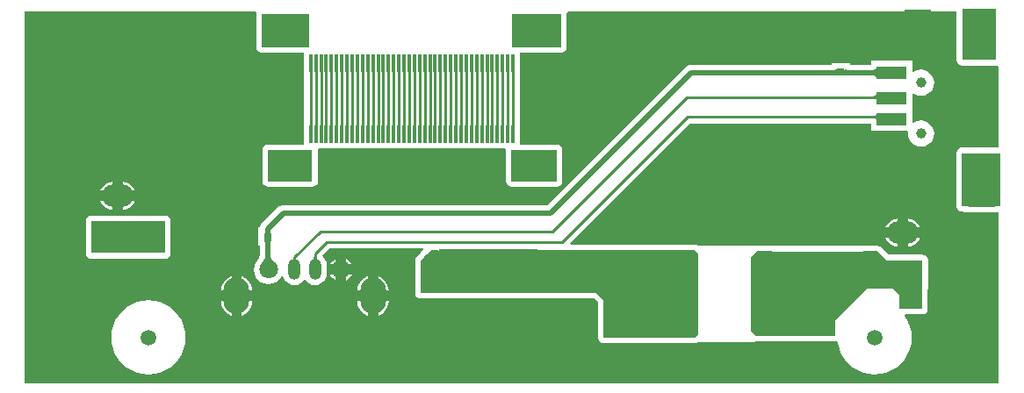
<source format=gbl>
G04*
G04 #@! TF.GenerationSoftware,Altium Limited,Altium Designer,18.1.9 (240)*
G04*
G04 Layer_Physical_Order=2*
G04 Layer_Color=16711680*
%FSLAX25Y25*%
%MOIN*%
G70*
G01*
G75*
%ADD10C,0.01000*%
%ADD26C,0.03937*%
%ADD27O,0.11811X0.08661*%
%ADD28C,0.05906*%
%ADD29O,0.05906X0.25591*%
%ADD30O,0.04724X0.07874*%
%ADD31C,0.07087*%
%ADD32O,0.09843X0.13780*%
%ADD33O,0.09843X0.13780*%
%ADD34C,0.02800*%
%ADD35R,0.09843X0.13780*%
%ADD36R,0.07874X0.13780*%
%ADD37R,0.11811X0.04724*%
%ADD38R,0.13780X0.11811*%
%ADD39R,0.01181X0.07087*%
%ADD40R,0.03000X0.03000*%
%ADD41R,0.03000X0.03000*%
%ADD42R,0.07284X0.13189*%
%ADD43R,0.09843X0.09843*%
%ADD44C,0.01968*%
%ADD45C,0.03150*%
%ADD46R,0.14500X0.20384*%
%ADD47R,0.13000X0.19446*%
%ADD48R,0.09000X0.11712*%
%ADD49R,0.18736X0.12693*%
%ADD50R,0.17884X0.12693*%
%ADD51R,0.13966X0.04250*%
%ADD52R,0.17319X0.11957*%
%ADD53R,0.17000X0.12000*%
%ADD54R,0.28012X0.12378*%
%ADD55R,0.28000X0.32250*%
%ADD56R,0.32000X0.33500*%
%ADD57R,0.22996X0.11000*%
%ADD58R,0.20500X0.13000*%
%ADD59R,0.29500X0.12000*%
%ADD60R,0.31248X0.08500*%
%ADD61R,0.37721X0.16500*%
%ADD62R,0.30500X0.09000*%
%ADD63R,0.07150X0.14000*%
G36*
X355961Y125054D02*
X356116Y124274D01*
X356558Y123612D01*
X357220Y123170D01*
X358000Y123015D01*
X371000D01*
X371376Y123090D01*
X371876Y122680D01*
Y91923D01*
X358000D01*
X357220Y91768D01*
X356558Y91326D01*
X356116Y90664D01*
X355961Y89884D01*
Y69500D01*
X356116Y68720D01*
X356558Y68058D01*
X357220Y67616D01*
X358000Y67461D01*
X358504D01*
Y67161D01*
X371876D01*
Y2139D01*
X2139D01*
Y143530D01*
X89733D01*
X90144Y143030D01*
X90077Y142693D01*
Y130000D01*
X90232Y129220D01*
X90674Y128558D01*
X91336Y128116D01*
X92116Y127961D01*
X108201D01*
Y118457D01*
X108242D01*
Y102543D01*
X108201D01*
Y93039D01*
X94500D01*
X93720Y92884D01*
X93058Y92442D01*
X92616Y91780D01*
X92461Y91000D01*
Y79000D01*
X92616Y78220D01*
X93058Y77558D01*
X93720Y77116D01*
X94500Y76961D01*
X111500D01*
X112172Y77095D01*
X112303D01*
Y77131D01*
X112942Y77558D01*
X113384Y78220D01*
X113539Y79000D01*
Y91000D01*
X113525Y91070D01*
X113842Y91457D01*
X184666D01*
X184983Y91070D01*
X184961Y90957D01*
Y79000D01*
X185116Y78220D01*
X185558Y77558D01*
X186220Y77116D01*
X187000Y76961D01*
X204319D01*
X205099Y77116D01*
X205761Y77558D01*
X206203Y78220D01*
X206358Y79000D01*
Y90957D01*
X206203Y91737D01*
X205761Y92399D01*
X205099Y92841D01*
X204803Y92900D01*
Y92905D01*
X204773D01*
X204319Y92996D01*
X190154D01*
Y102543D01*
X190112D01*
Y118457D01*
X190154D01*
Y127961D01*
X206000D01*
X206780Y128116D01*
X207442Y128558D01*
X207884Y129220D01*
X208039Y130000D01*
Y142693D01*
X207972Y143030D01*
X208383Y143530D01*
X355961D01*
Y125054D01*
D02*
G37*
%LPC*%
G36*
X339209Y124756D02*
X323398D01*
Y123365D01*
X323388Y123365D01*
X323332Y123353D01*
X315624D01*
X315573Y123365D01*
X315541Y123366D01*
Y123996D01*
X313666D01*
X313529Y124023D01*
X313393Y123996D01*
X313270D01*
X313212Y123999D01*
X313206Y123996D01*
X310877D01*
X310871Y123999D01*
X310812Y123996D01*
X310690D01*
X310553Y124023D01*
X310417Y123996D01*
X308541D01*
Y123364D01*
X308489Y123353D01*
X255343D01*
X254563Y123250D01*
X253837Y122949D01*
X253214Y122471D01*
X200753Y70010D01*
X100500D01*
X99721Y69907D01*
X98995Y69607D01*
X98372Y69128D01*
X92372Y63128D01*
X91893Y62505D01*
X91593Y61779D01*
X91556Y61500D01*
X91000D01*
Y59625D01*
X90973Y59488D01*
X91000Y59351D01*
Y59225D01*
X90998Y59170D01*
X91000Y59164D01*
Y56649D01*
X90973Y56512D01*
X91000Y56375D01*
Y54500D01*
X91480D01*
X91490Y54454D01*
Y51076D01*
X91479Y51030D01*
X91469Y50824D01*
X91452Y50704D01*
X91421Y50570D01*
X91373Y50419D01*
X91304Y50251D01*
X91212Y50065D01*
X91108Y49887D01*
X90756Y49387D01*
X90539Y49125D01*
X90445Y48952D01*
X89941Y48296D01*
X89383Y46947D01*
X89192Y45500D01*
X89383Y44053D01*
X89941Y42704D01*
X90830Y41546D01*
X91988Y40658D01*
X93336Y40099D01*
X94784Y39909D01*
X96231Y40099D01*
X97579Y40658D01*
X98737Y41546D01*
X99625Y42704D01*
X99821Y43175D01*
X100334Y43108D01*
X100376Y42786D01*
X100816Y41725D01*
X101515Y40814D01*
X102426Y40115D01*
X103487Y39675D01*
X104626Y39525D01*
X105765Y39675D01*
X106826Y40115D01*
X107737Y40814D01*
X108263Y41499D01*
X108280Y41508D01*
X108846D01*
X108863Y41499D01*
X109389Y40814D01*
X110300Y40115D01*
X111361Y39675D01*
X112500Y39525D01*
X113639Y39675D01*
X114700Y40115D01*
X115611Y40814D01*
X116310Y41725D01*
X116750Y42786D01*
X116900Y43925D01*
Y47075D01*
X116750Y48214D01*
X116310Y49275D01*
X115611Y50186D01*
X115379Y50364D01*
X115346Y50863D01*
X117934Y53451D01*
X153414D01*
X153605Y52989D01*
X153448Y52832D01*
X152918Y52425D01*
X152510Y51894D01*
X151058Y50442D01*
X150616Y49780D01*
X150461Y49000D01*
Y36500D01*
X150616Y35720D01*
X151058Y35058D01*
X151720Y34616D01*
X152500Y34461D01*
X218655D01*
X219961Y33155D01*
Y25500D01*
Y19500D01*
X220116Y18720D01*
X220558Y18058D01*
X221220Y17616D01*
X222000Y17461D01*
X256500D01*
X257280Y17616D01*
X257942Y18058D01*
X258038Y18154D01*
X258500Y17963D01*
Y17957D01*
X279657Y17957D01*
Y18336D01*
X281371D01*
X282000Y18211D01*
X310000D01*
X310308Y18272D01*
X310842Y17868D01*
X310872Y17479D01*
X311389Y15326D01*
X312236Y13282D01*
X313392Y11395D01*
X314830Y9712D01*
X316513Y8274D01*
X318400Y7118D01*
X320445Y6271D01*
X322597Y5754D01*
X324803Y5581D01*
X327010Y5754D01*
X329162Y6271D01*
X331206Y7118D01*
X333094Y8274D01*
X334776Y9712D01*
X336214Y11395D01*
X337370Y13282D01*
X338217Y15326D01*
X338734Y17479D01*
X338908Y19685D01*
X338734Y21892D01*
X338217Y24044D01*
X337370Y26088D01*
X336223Y27961D01*
X336274Y28195D01*
X336397Y28461D01*
X343000D01*
X343780Y28616D01*
X344442Y29058D01*
X344884Y29720D01*
X345039Y30500D01*
Y38054D01*
X345055Y38134D01*
Y49134D01*
X344900Y49914D01*
X344458Y50576D01*
X343796Y51018D01*
X343016Y51173D01*
X330237D01*
X327468Y53942D01*
X326807Y54384D01*
X326026Y54539D01*
X322966Y54539D01*
X322966Y54539D01*
X282000D01*
X282000Y54539D01*
X280250D01*
X279734Y54436D01*
X279657Y54500D01*
Y54500D01*
X258306Y54500D01*
X257760Y54563D01*
X257280Y54884D01*
X256500Y55039D01*
X228808D01*
X226424Y55039D01*
X226424Y55039D01*
X209547D01*
X209356Y55501D01*
X254806Y100951D01*
X323398D01*
Y98315D01*
X337271D01*
X337601Y97939D01*
X337505Y97209D01*
X337675Y95916D01*
X338174Y94711D01*
X338968Y93676D01*
X340002Y92882D01*
X341207Y92383D01*
X342500Y92213D01*
X343793Y92383D01*
X344998Y92882D01*
X346032Y93676D01*
X346826Y94711D01*
X347325Y95916D01*
X347496Y97209D01*
X347325Y98502D01*
X346826Y99706D01*
X346032Y100741D01*
X344998Y101535D01*
X343793Y102034D01*
X342500Y102204D01*
X341207Y102034D01*
X340002Y101535D01*
X339657Y101270D01*
X339209Y101491D01*
Y106189D01*
Y112217D01*
X339657Y112439D01*
X340002Y112174D01*
X341207Y111675D01*
X342500Y111504D01*
X343793Y111675D01*
X344998Y112174D01*
X346032Y112968D01*
X346826Y114002D01*
X347325Y115207D01*
X347496Y116500D01*
X347325Y117793D01*
X346826Y118998D01*
X346032Y120032D01*
X344998Y120826D01*
X343793Y121325D01*
X342500Y121495D01*
X341207Y121325D01*
X340002Y120826D01*
X339657Y120561D01*
X339209Y120782D01*
Y124756D01*
D02*
G37*
G36*
X39469Y78868D02*
Y75511D01*
X44029D01*
X43731Y76231D01*
X42877Y77345D01*
X41763Y78199D01*
X40466Y78736D01*
X39469Y78868D01*
D02*
G37*
G36*
X35532Y78868D02*
X34534Y78736D01*
X33237Y78199D01*
X32123Y77345D01*
X31269Y76231D01*
X30971Y75511D01*
X35532D01*
Y78868D01*
D02*
G37*
G36*
X44029Y71574D02*
X39469D01*
Y68218D01*
X40466Y68349D01*
X41763Y68887D01*
X42877Y69741D01*
X43731Y70855D01*
X44029Y71574D01*
D02*
G37*
G36*
X35532D02*
X30971D01*
X31269Y70855D01*
X32123Y69741D01*
X33237Y68887D01*
X34534Y68349D01*
X35532Y68218D01*
Y71574D01*
D02*
G37*
G36*
X337469Y64825D02*
Y61468D01*
X342029D01*
X341731Y62188D01*
X340877Y63302D01*
X339763Y64156D01*
X338466Y64693D01*
X337469Y64825D01*
D02*
G37*
G36*
X333531D02*
X332534Y64693D01*
X331237Y64156D01*
X330123Y63302D01*
X329269Y62188D01*
X328971Y61468D01*
X333531D01*
Y64825D01*
D02*
G37*
G36*
X342029Y57531D02*
X337469D01*
Y54175D01*
X338466Y54307D01*
X339763Y54844D01*
X340877Y55698D01*
X341731Y56812D01*
X342029Y57531D01*
D02*
G37*
G36*
X333531D02*
X328971D01*
X329269Y56812D01*
X330123Y55698D01*
X331237Y54844D01*
X332534Y54307D01*
X333531Y54175D01*
Y57531D01*
D02*
G37*
G36*
X55512Y66039D02*
X27500D01*
X26720Y65884D01*
X26058Y65442D01*
X25616Y64780D01*
X25461Y64000D01*
Y51622D01*
X25616Y50842D01*
X26058Y50180D01*
X26720Y49738D01*
X27500Y49583D01*
X55512D01*
X56292Y49738D01*
X56954Y50180D01*
X57396Y50842D01*
X57551Y51622D01*
Y64000D01*
X57396Y64780D01*
X56954Y65442D01*
X56292Y65884D01*
X55512Y66039D01*
D02*
G37*
G36*
X124311Y49602D02*
Y47468D01*
X126445D01*
X126311Y47791D01*
X125583Y48740D01*
X124634Y49469D01*
X124311Y49602D01*
D02*
G37*
G36*
X120374Y49602D02*
X120051Y49469D01*
X119102Y48740D01*
X118374Y47791D01*
X118240Y47468D01*
X120374D01*
Y49602D01*
D02*
G37*
G36*
X126445Y43531D02*
X124311D01*
Y41398D01*
X124634Y41532D01*
X125583Y42260D01*
X126311Y43209D01*
X126445Y43531D01*
D02*
G37*
G36*
X120374D02*
X118240D01*
X118374Y43209D01*
X119102Y42260D01*
X120051Y41532D01*
X120374Y41398D01*
Y43531D01*
D02*
G37*
G36*
X136398Y43020D02*
Y37429D01*
X140379D01*
X140265Y38590D01*
X139926Y39706D01*
X139376Y40735D01*
X138636Y41636D01*
X137735Y42376D01*
X136706Y42926D01*
X136398Y43020D01*
D02*
G37*
G36*
X132460Y43020D02*
X132152Y42926D01*
X131123Y42376D01*
X130222Y41636D01*
X129482Y40735D01*
X128932Y39706D01*
X128594Y38590D01*
X128479Y37429D01*
X132460D01*
Y43020D01*
D02*
G37*
G36*
X84665Y43020D02*
Y37429D01*
X88647D01*
X88532Y38590D01*
X88194Y39706D01*
X87644Y40735D01*
X86904Y41636D01*
X86002Y42376D01*
X84974Y42926D01*
X84665Y43020D01*
D02*
G37*
G36*
X80728Y43020D02*
X80420Y42926D01*
X79391Y42376D01*
X78490Y41636D01*
X77750Y40735D01*
X77200Y39706D01*
X76861Y38590D01*
X76747Y37429D01*
X80728D01*
Y43020D01*
D02*
G37*
G36*
X132460Y33492D02*
X128479D01*
Y33492D01*
X128594Y32331D01*
X128932Y31215D01*
X129482Y30187D01*
X130222Y29285D01*
X131123Y28545D01*
X132152Y27995D01*
X132460Y27902D01*
Y33492D01*
D02*
G37*
G36*
X88647Y33492D02*
X84665D01*
Y27902D01*
X84974Y27995D01*
X86002Y28545D01*
X86904Y29285D01*
X87644Y30187D01*
X88194Y31215D01*
X88532Y32331D01*
X88647Y33492D01*
Y33492D01*
D02*
G37*
G36*
X80728D02*
X76747D01*
Y33492D01*
X76861Y32331D01*
X77200Y31215D01*
X77750Y30187D01*
X78490Y29285D01*
X79391Y28545D01*
X80420Y27995D01*
X80728Y27902D01*
Y33492D01*
D02*
G37*
G36*
X140379Y33492D02*
X136398D01*
Y27902D01*
X136706Y27995D01*
X137735Y28545D01*
X138636Y29285D01*
X139376Y30187D01*
X139926Y31215D01*
X140265Y32331D01*
X140379Y33492D01*
Y33492D01*
D02*
G37*
G36*
X49213Y33790D02*
X47006Y33616D01*
X44854Y33099D01*
X42809Y32252D01*
X40922Y31096D01*
X39239Y29658D01*
X37802Y27975D01*
X36645Y26088D01*
X35798Y24044D01*
X35282Y21892D01*
X35108Y19685D01*
X35282Y17479D01*
X35798Y15326D01*
X36645Y13282D01*
X37802Y11395D01*
X39239Y9712D01*
X40922Y8274D01*
X42809Y7118D01*
X44854Y6271D01*
X47006Y5754D01*
X49213Y5581D01*
X51419Y5754D01*
X53571Y6271D01*
X55616Y7118D01*
X57503Y8274D01*
X59186Y9712D01*
X60623Y11395D01*
X61780Y13282D01*
X62627Y15326D01*
X63143Y17479D01*
X63317Y19685D01*
X63143Y21892D01*
X62627Y24044D01*
X61780Y26088D01*
X60623Y27975D01*
X59186Y29658D01*
X57503Y31096D01*
X55616Y32252D01*
X53571Y33099D01*
X51419Y33616D01*
X49213Y33790D01*
D02*
G37*
%LPD*%
G36*
X313549Y121859D02*
X313608Y121748D01*
X313706Y121649D01*
X313844Y121563D01*
X314021Y121491D01*
X314238Y121432D01*
X314494Y121386D01*
X314789Y121353D01*
X315498Y121327D01*
Y119358D01*
X315124Y119355D01*
X314021Y119271D01*
X313844Y119232D01*
X313706Y119187D01*
X313608Y119134D01*
X313549Y119075D01*
X313529Y119008D01*
Y121984D01*
X313549Y121859D01*
D02*
G37*
G36*
X310553Y119008D02*
X310534Y119075D01*
X310475Y119134D01*
X310376Y119187D01*
X310238Y119232D01*
X310061Y119271D01*
X309845Y119302D01*
X309294Y119344D01*
X308585Y119358D01*
Y121327D01*
X308959Y121333D01*
X309589Y121386D01*
X309845Y121432D01*
X310061Y121491D01*
X310238Y121563D01*
X310376Y121649D01*
X310475Y121748D01*
X310534Y121859D01*
X310553Y121984D01*
Y119008D01*
D02*
G37*
G36*
X325422Y118374D02*
X325402Y118561D01*
X325342Y118728D01*
X325243Y118876D01*
X325105Y119004D01*
X324926Y119112D01*
X324709Y119201D01*
X324451Y119270D01*
X324154Y119319D01*
X323817Y119348D01*
X323441Y119358D01*
Y121327D01*
X323817Y121337D01*
X324154Y121366D01*
X324451Y121415D01*
X324709Y121484D01*
X324926Y121573D01*
X325105Y121681D01*
X325243Y121809D01*
X325342Y121957D01*
X325402Y122124D01*
X325422Y122311D01*
Y118374D01*
D02*
G37*
G36*
Y110000D02*
X325412Y110095D01*
X325381Y110180D01*
X325331Y110255D01*
X325260Y110320D01*
X325169Y110375D01*
X325057Y110420D01*
X324926Y110455D01*
X324774Y110480D01*
X324602Y110495D01*
X324410Y110500D01*
Y111500D01*
X324602Y111505D01*
X324774Y111520D01*
X324926Y111545D01*
X325057Y111580D01*
X325169Y111625D01*
X325260Y111680D01*
X325331Y111745D01*
X325381Y111820D01*
X325412Y111905D01*
X325422Y112000D01*
Y110000D01*
D02*
G37*
G36*
Y102500D02*
X325412Y102595D01*
X325381Y102680D01*
X325331Y102755D01*
X325260Y102820D01*
X325169Y102875D01*
X325057Y102920D01*
X324926Y102955D01*
X324774Y102980D01*
X324602Y102995D01*
X324410Y103000D01*
Y104000D01*
X324602Y104005D01*
X324774Y104020D01*
X324926Y104045D01*
X325057Y104080D01*
X325169Y104125D01*
X325260Y104180D01*
X325331Y104245D01*
X325381Y104320D01*
X325412Y104405D01*
X325422Y104500D01*
Y102500D01*
D02*
G37*
G36*
X95489Y60713D02*
X95530Y60229D01*
X95565Y60032D01*
X95610Y59866D01*
X95666Y59730D01*
X95731Y59624D01*
X95807Y59548D01*
X95892Y59503D01*
X95988Y59488D01*
X93012D01*
X93108Y59503D01*
X93193Y59548D01*
X93269Y59624D01*
X93334Y59730D01*
X93390Y59866D01*
X93435Y60032D01*
X93470Y60229D01*
X93496Y60456D01*
X93516Y61000D01*
X95484D01*
X95489Y60713D01*
D02*
G37*
G36*
X95892Y56492D02*
X95807Y56433D01*
X95731Y56335D01*
X95666Y56197D01*
X95610Y56020D01*
X95565Y55803D01*
X95530Y55547D01*
X95489Y54918D01*
X95484Y54544D01*
X93516D01*
X93511Y54918D01*
X93435Y55803D01*
X93390Y56020D01*
X93334Y56197D01*
X93269Y56335D01*
X93193Y56433D01*
X93108Y56492D01*
X93012Y56512D01*
X95988D01*
X95892Y56492D01*
D02*
G37*
G36*
X105128Y49971D02*
X105156Y49604D01*
X105173Y49514D01*
X105193Y49441D01*
X105217Y49384D01*
X105245Y49343D01*
X105277Y49318D01*
X105312Y49310D01*
X103940D01*
X103975Y49318D01*
X104007Y49343D01*
X104035Y49384D01*
X104059Y49441D01*
X104079Y49514D01*
X104096Y49604D01*
X104109Y49710D01*
X104124Y49971D01*
X104126Y50126D01*
X105126D01*
X105128Y49971D01*
D02*
G37*
G36*
X113005Y50154D02*
X113045Y49775D01*
X113079Y49621D01*
X113124Y49491D01*
X113178Y49384D01*
X113242Y49301D01*
X113316Y49242D01*
X113400Y49206D01*
X113494Y49195D01*
X111506D01*
X111600Y49206D01*
X111684Y49242D01*
X111758Y49301D01*
X111822Y49384D01*
X111876Y49491D01*
X111921Y49621D01*
X111955Y49775D01*
X111980Y49953D01*
X111995Y50154D01*
X112000Y50379D01*
X113000D01*
X113005Y50154D01*
D02*
G37*
G36*
X95500Y50788D02*
X95547Y50482D01*
X95626Y50181D01*
X95735Y49885D01*
X95876Y49595D01*
X96049Y49310D01*
X96253Y49030D01*
X96488Y48755D01*
X96755Y48485D01*
X97053Y48221D01*
X92109Y47824D01*
X92376Y48147D01*
X92826Y48784D01*
X93009Y49099D01*
X93164Y49411D01*
X93291Y49721D01*
X93389Y50028D01*
X93459Y50333D01*
X93502Y50635D01*
X93516Y50935D01*
X95484Y51099D01*
X95500Y50788D01*
D02*
G37*
G36*
X188856Y46904D02*
X188973Y46843D01*
X189092Y46790D01*
X189212Y46743D01*
X189334Y46704D01*
X189457Y46671D01*
X189583Y46646D01*
X189709Y46628D01*
X189837Y46618D01*
X189967Y46614D01*
X190230Y45614D01*
X190093Y45609D01*
X189964Y45592D01*
X189843Y45565D01*
X189729Y45527D01*
X189622Y45478D01*
X189523Y45417D01*
X189432Y45346D01*
X189348Y45264D01*
X189272Y45171D01*
X189203Y45067D01*
X188000Y46246D01*
X186797Y45067D01*
X186728Y45171D01*
X186652Y45264D01*
X186568Y45346D01*
X186477Y45417D01*
X186378Y45478D01*
X186271Y45527D01*
X186157Y45565D01*
X186036Y45592D01*
X185907Y45609D01*
X185770Y45614D01*
X186033Y46614D01*
X186163Y46618D01*
X186291Y46628D01*
X186417Y46646D01*
X186542Y46671D01*
X186666Y46704D01*
X186788Y46743D01*
X186908Y46790D01*
X187027Y46843D01*
X187144Y46904D01*
X187260Y46972D01*
X188000Y46246D01*
X188740Y46972D01*
X188856Y46904D01*
D02*
G37*
G36*
X330623Y47903D02*
Y46114D01*
X318860D01*
X318746Y46000D01*
Y50848D01*
X320436Y52500D01*
X326026Y52500D01*
X330623Y47903D01*
D02*
G37*
G36*
X183096Y47003D02*
X183196Y46921D01*
X183301Y46849D01*
X183409Y46787D01*
X183522Y46734D01*
X183639Y46691D01*
X183760Y46657D01*
X183885Y46633D01*
X184014Y46619D01*
X184148Y46614D01*
Y45614D01*
X184014Y45609D01*
X183885Y45595D01*
X183760Y45571D01*
X183639Y45537D01*
X183522Y45494D01*
X183409Y45441D01*
X183301Y45379D01*
X183196Y45307D01*
X183096Y45225D01*
X183000Y45134D01*
X182000Y46114D01*
X183000Y47094D01*
X183096Y47003D01*
D02*
G37*
G36*
X182000Y46114D02*
X181000Y45134D01*
X180904Y45225D01*
X180804Y45307D01*
X180699Y45379D01*
X180591Y45441D01*
X180478Y45494D01*
X180361Y45537D01*
X180240Y45571D01*
X180115Y45595D01*
X179986Y45609D01*
X179852Y45614D01*
Y46614D01*
X179986Y46619D01*
X180115Y46633D01*
X180240Y46657D01*
X180361Y46691D01*
X180478Y46734D01*
X180591Y46787D01*
X180699Y46849D01*
X180804Y46921D01*
X180904Y47003D01*
X181000Y47094D01*
X182000Y46114D01*
D02*
G37*
G36*
X177596Y47003D02*
X177696Y46921D01*
X177801Y46849D01*
X177909Y46787D01*
X178022Y46734D01*
X178139Y46691D01*
X178260Y46657D01*
X178385Y46633D01*
X178514Y46619D01*
X178648Y46614D01*
Y45614D01*
X178514Y45609D01*
X178385Y45595D01*
X178260Y45571D01*
X178139Y45537D01*
X178022Y45494D01*
X177909Y45441D01*
X177801Y45379D01*
X177696Y45307D01*
X177596Y45225D01*
X177500Y45134D01*
X176500Y46114D01*
X177500Y47094D01*
X177596Y47003D01*
D02*
G37*
G36*
X176500Y46114D02*
X175500Y45134D01*
X175404Y45225D01*
X175304Y45307D01*
X175199Y45379D01*
X175091Y45441D01*
X174978Y45494D01*
X174861Y45537D01*
X174740Y45571D01*
X174615Y45595D01*
X174486Y45609D01*
X174352Y45614D01*
Y46614D01*
X174486Y46619D01*
X174615Y46633D01*
X174740Y46657D01*
X174861Y46691D01*
X174978Y46734D01*
X175091Y46787D01*
X175199Y46849D01*
X175304Y46921D01*
X175404Y47003D01*
X175500Y47094D01*
X176500Y46114D01*
D02*
G37*
G36*
X192382Y45114D02*
X192372Y45209D01*
X192342Y45294D01*
X192291Y45369D01*
X192220Y45434D01*
X192129Y45489D01*
X192018Y45534D01*
X191886Y45569D01*
X191735Y45594D01*
X191562Y45609D01*
X191370Y45614D01*
Y46614D01*
X191562Y46619D01*
X191735Y46634D01*
X191886Y46659D01*
X192018Y46694D01*
X192129Y46739D01*
X192220Y46794D01*
X192291Y46859D01*
X192342Y46934D01*
X192372Y47019D01*
X192382Y47114D01*
Y45114D01*
D02*
G37*
G36*
X172928Y46936D02*
X173042Y46868D01*
X173158Y46809D01*
X173276Y46757D01*
X173396Y46713D01*
X173518Y46678D01*
X173643Y46650D01*
X173769Y46630D01*
X173898Y46618D01*
X174028Y46614D01*
X174216Y45614D01*
X174080Y45609D01*
X173951Y45593D01*
X173828Y45566D01*
X173712Y45529D01*
X173603Y45481D01*
X173500Y45422D01*
X173403Y45352D01*
X173313Y45272D01*
X173230Y45182D01*
X173153Y45080D01*
X172000Y46210D01*
X172817Y47011D01*
X172928Y46936D01*
D02*
G37*
G36*
X169128Y47019D02*
X169158Y46934D01*
X169209Y46859D01*
X169280Y46794D01*
X169371Y46739D01*
X169482Y46694D01*
X169614Y46659D01*
X169765Y46634D01*
X169937Y46619D01*
X170045Y46616D01*
X170102Y46618D01*
X170231Y46630D01*
X170358Y46650D01*
X170482Y46678D01*
X170604Y46713D01*
X170724Y46757D01*
X170842Y46809D01*
X170958Y46868D01*
X171072Y46936D01*
X171183Y47011D01*
X172000Y46210D01*
X170847Y45080D01*
X170770Y45182D01*
X170687Y45272D01*
X170597Y45352D01*
X170500Y45422D01*
X170397Y45481D01*
X170288Y45529D01*
X170172Y45566D01*
X170049Y45593D01*
X169926Y45608D01*
X169765Y45594D01*
X169614Y45569D01*
X169482Y45534D01*
X169371Y45489D01*
X169280Y45434D01*
X169209Y45369D01*
X169158Y45294D01*
X169128Y45209D01*
X169118Y45114D01*
Y47114D01*
X169128Y47019D01*
D02*
G37*
G36*
X230000Y53000D02*
X233000Y50000D01*
X233000Y25000D01*
X231500Y23500D01*
X224000D01*
X222000Y25500D01*
Y34000D01*
X217000Y39000D01*
X220264Y42264D01*
X223924Y42264D01*
X226424Y53000D01*
X230000Y53000D01*
D02*
G37*
G36*
X166905Y39534D02*
X166820Y39503D01*
X166745Y39453D01*
X166680Y39382D01*
X166625Y39291D01*
X166580Y39179D01*
X166545Y39048D01*
X166520Y38896D01*
X166505Y38724D01*
X166500Y38532D01*
X165500D01*
X165495Y38724D01*
X165480Y38896D01*
X165455Y39048D01*
X165420Y39179D01*
X165375Y39291D01*
X165320Y39382D01*
X165255Y39453D01*
X165180Y39503D01*
X165095Y39534D01*
X165000Y39544D01*
X167000D01*
X166905Y39534D01*
D02*
G37*
G36*
X201000Y52000D02*
Y36500D01*
X195500D01*
X194500Y37500D01*
Y50500D01*
X197000Y53000D01*
X200000D01*
X201000Y52000D01*
D02*
G37*
G36*
X163500Y46500D02*
Y38028D01*
X161972Y36500D01*
X152500D01*
Y49000D01*
X156500Y53000D01*
X159280D01*
X163500Y46500D01*
D02*
G37*
G36*
X341500Y39500D02*
Y33500D01*
X336385D01*
X330385Y39500D01*
X327000Y40500D01*
X340500D01*
X341500Y39500D01*
D02*
G37*
G36*
X326042Y42212D02*
X304205Y20375D01*
X279625Y20375D01*
X277875Y22125D01*
Y50125D01*
X280250Y52500D01*
X285369D01*
X326042Y42212D01*
D02*
G37*
G36*
X258000Y51500D02*
Y21000D01*
X256500Y19500D01*
X253500D01*
Y23500D01*
X246500Y30500D01*
X253000Y53000D01*
X256500D01*
X258000Y51500D01*
D02*
G37*
D10*
X253750Y103500D02*
X327214D01*
X206250Y56000D02*
X253750Y103500D01*
X253500Y111000D02*
X326500D01*
X202500Y60000D02*
X253500Y111000D01*
X173783Y97000D02*
Y124000D01*
X171815Y99685D02*
Y124000D01*
X169846Y124000D02*
X169846Y124000D01*
X169846Y97000D02*
Y124000D01*
X167878Y97000D02*
X167878Y97000D01*
Y124000D01*
X165909Y97000D02*
Y124000D01*
X163941Y97000D02*
Y124000D01*
X161972Y97000D02*
Y124000D01*
X160004Y97000D02*
Y124000D01*
X158035Y124000D02*
X158035Y124000D01*
X158035Y97000D02*
Y124000D01*
X156067Y97000D02*
Y124000D01*
X154098Y97000D02*
Y124000D01*
X152130Y97000D02*
Y124000D01*
X150161Y124000D02*
X150161Y124000D01*
X150161Y97000D02*
Y124000D01*
X175752Y100252D02*
Y124000D01*
X177720Y124000D02*
X177720Y124000D01*
X177720Y97000D02*
Y124000D01*
X179689Y97000D02*
Y124000D01*
X181658Y97000D02*
Y124000D01*
X183626Y97000D02*
Y124000D01*
X185594Y97000D02*
Y124000D01*
X187563Y97000D02*
X187563Y97000D01*
Y124000D01*
X148193Y97000D02*
Y124000D01*
X146224Y97000D02*
Y124000D01*
X144256Y97000D02*
Y124000D01*
X142287Y97000D02*
Y124000D01*
X140319Y97000D02*
Y124000D01*
X138350Y124000D02*
X138350Y124000D01*
X138350Y97000D02*
Y124000D01*
X136382Y97000D02*
Y124000D01*
X134413Y97000D02*
Y124000D01*
X132445Y97000D02*
Y124000D01*
X130476Y124000D02*
X130476Y124000D01*
X130476Y97000D02*
Y124000D01*
X128508Y97000D02*
X128508Y97000D01*
Y124000D01*
X126539Y97000D02*
Y124000D01*
X124571Y99929D02*
Y124000D01*
X122602Y97000D02*
Y124000D01*
X120634Y97000D02*
X120634Y97000D01*
Y124000D01*
X118665Y124000D02*
X118665Y124000D01*
X118665Y97000D02*
Y124000D01*
X116697Y97000D02*
Y124000D01*
X114728Y97000D02*
Y124000D01*
X112760Y97000D02*
Y124000D01*
X110791Y100291D02*
Y124000D01*
X114500Y60000D02*
X202500D01*
X116878Y56000D02*
X206250D01*
X312494Y38620D02*
X318000Y44126D01*
X303748Y38620D02*
X312494D01*
X94500Y45783D02*
X94784Y45500D01*
X104626Y50126D02*
X114500Y60000D01*
X112500Y51622D02*
X116878Y56000D01*
X104626Y45500D02*
Y50126D01*
X165500Y46114D02*
X166000Y45614D01*
Y38500D02*
Y45614D01*
X112500Y45500D02*
Y51622D01*
X165500Y46114D02*
X196000D01*
X104626Y45500D02*
X105000Y45874D01*
D26*
X342500Y97209D02*
D03*
Y116500D02*
D03*
D27*
X37500Y73543D02*
D03*
Y57543D02*
D03*
X335500Y59500D02*
D03*
Y43500D02*
D03*
D28*
X324803Y19685D02*
D03*
X49213D02*
D03*
D29*
X227748Y38620D02*
D03*
X303748D02*
D03*
D30*
X112500Y45500D02*
D03*
X104626Y45500D02*
D03*
D31*
X94784D02*
D03*
X122343D02*
D03*
D32*
X134429Y35461D02*
D03*
D33*
X82697D02*
D03*
D34*
X293500Y36310D02*
D03*
X294249Y26088D02*
D03*
X294000Y31294D02*
D03*
X288996Y25984D02*
D03*
Y36310D02*
D03*
X188000Y45783D02*
D03*
X182000Y46114D02*
D03*
X176500D02*
D03*
X172000Y45874D02*
D03*
X184500Y27000D02*
D03*
Y21000D02*
D03*
Y16000D02*
D03*
X178000D02*
D03*
X249004Y50000D02*
D03*
X288996Y30959D02*
D03*
X25496Y18935D02*
D03*
Y14805D02*
D03*
X93996Y21000D02*
D03*
X94000Y17000D02*
D03*
X138982D02*
D03*
X138978Y21000D02*
D03*
X284250Y26000D02*
D03*
X222000Y58000D02*
D03*
X188500Y16000D02*
D03*
X269500Y7750D02*
D03*
Y12000D02*
D03*
X274496D02*
D03*
Y7750D02*
D03*
X260000D02*
D03*
Y12000D02*
D03*
X264996D02*
D03*
Y7750D02*
D03*
X225174Y65000D02*
D03*
X225500Y60500D02*
D03*
X216000Y58000D02*
D03*
X220500Y61000D02*
D03*
X17500Y68250D02*
D03*
X17315Y72500D02*
D03*
X17500Y76500D02*
D03*
X22496D02*
D03*
X22500Y72500D02*
D03*
X22496Y68250D02*
D03*
X8000D02*
D03*
X7815Y72500D02*
D03*
X8000Y76500D02*
D03*
X12996D02*
D03*
X13000Y72500D02*
D03*
X12996Y68250D02*
D03*
X299225Y80949D02*
D03*
Y92000D02*
D03*
X304221D02*
D03*
X304410Y80949D02*
D03*
X289725D02*
D03*
Y92000D02*
D03*
X294721D02*
D03*
X294910Y80949D02*
D03*
X275500Y80758D02*
D03*
Y92000D02*
D03*
X280496D02*
D03*
X280685Y80758D02*
D03*
X266000D02*
D03*
Y92000D02*
D03*
X270996D02*
D03*
X271185Y80758D02*
D03*
X172500Y16000D02*
D03*
X178000Y27000D02*
D03*
Y21500D02*
D03*
X172500Y27000D02*
D03*
Y21500D02*
D03*
X188500Y27000D02*
D03*
Y21250D02*
D03*
X368000Y9712D02*
D03*
X364250D02*
D03*
X368000Y14500D02*
D03*
X364250Y14447D02*
D03*
X133797Y17000D02*
D03*
X133982Y21000D02*
D03*
X124297Y17000D02*
D03*
X124482Y21000D02*
D03*
X129478D02*
D03*
X129482Y17000D02*
D03*
X88815D02*
D03*
X89000Y21000D02*
D03*
X79315Y17000D02*
D03*
X79500Y21000D02*
D03*
X84496D02*
D03*
X84500Y17000D02*
D03*
X20500Y15185D02*
D03*
Y18935D02*
D03*
X11000Y15185D02*
D03*
Y18935D02*
D03*
X15996D02*
D03*
Y14805D02*
D03*
X26815Y128116D02*
D03*
X27000Y132116D02*
D03*
X31996D02*
D03*
X32000Y128116D02*
D03*
X17315D02*
D03*
X17500Y132116D02*
D03*
X22496D02*
D03*
X22500Y128116D02*
D03*
X54106Y57543D02*
D03*
X50500D02*
D03*
X54000Y54000D02*
D03*
X54106Y61500D02*
D03*
X50500Y54000D02*
D03*
X50441Y61500D02*
D03*
X46000Y57500D02*
D03*
X44320Y61500D02*
D03*
Y54000D02*
D03*
X154098Y38620D02*
D03*
X326500Y42750D02*
D03*
Y46114D02*
D03*
X209500Y38134D02*
D03*
X209504Y46514D02*
D03*
X209500Y50514D02*
D03*
X204504D02*
D03*
X204319Y46514D02*
D03*
X204504Y38514D02*
D03*
X219000Y38134D02*
D03*
X219004Y46514D02*
D03*
X219000Y50514D02*
D03*
X214004D02*
D03*
X213819Y46514D02*
D03*
X214004Y38514D02*
D03*
X239500Y25000D02*
D03*
X239504Y29250D02*
D03*
X239500Y33250D02*
D03*
X234504D02*
D03*
X234319Y29250D02*
D03*
X234504Y25000D02*
D03*
X249000D02*
D03*
X249004Y29250D02*
D03*
X249000Y33250D02*
D03*
X244004D02*
D03*
X243819Y29250D02*
D03*
X244004Y25000D02*
D03*
X239500Y41750D02*
D03*
X239504Y46000D02*
D03*
X239500Y50000D02*
D03*
X234504D02*
D03*
X234319Y46000D02*
D03*
X234504Y41750D02*
D03*
X249000D02*
D03*
X249004Y46000D02*
D03*
X244004Y50000D02*
D03*
X243819Y46000D02*
D03*
X244004Y41750D02*
D03*
X309250Y30004D02*
D03*
X313500Y34500D02*
D03*
X309250Y34504D02*
D03*
X284250Y30996D02*
D03*
X293315Y44250D02*
D03*
X293500Y48250D02*
D03*
X284000Y36250D02*
D03*
X283815Y44250D02*
D03*
X284000Y48250D02*
D03*
X288996D02*
D03*
X289000Y44250D02*
D03*
X188000Y38500D02*
D03*
Y51000D02*
D03*
X182000Y38500D02*
D03*
X176996Y38620D02*
D03*
Y51000D02*
D03*
X182000D02*
D03*
X172000D02*
D03*
Y39000D02*
D03*
X159000Y50000D02*
D03*
X155342D02*
D03*
X158500Y38620D02*
D03*
Y43000D02*
D03*
X154000Y42750D02*
D03*
X158500Y47000D02*
D03*
X154000D02*
D03*
D35*
X341303Y76051D02*
D03*
Y137551D02*
D03*
X365425D02*
D03*
Y76051D02*
D03*
D36*
X341303D02*
D03*
D37*
X331303Y92835D02*
D03*
Y102677D02*
D03*
Y110551D02*
D03*
Y120394D02*
D03*
D38*
X194941Y136000D02*
D03*
X102441D02*
D03*
X103413Y85000D02*
D03*
X195913D02*
D03*
D39*
X187563Y124000D02*
D03*
X185594D02*
D03*
X183626D02*
D03*
X181658D02*
D03*
X179689D02*
D03*
X177720D02*
D03*
X175752D02*
D03*
X173783D02*
D03*
X171815D02*
D03*
X169846D02*
D03*
X167878D02*
D03*
X165909D02*
D03*
X163941D02*
D03*
X161972D02*
D03*
X160004D02*
D03*
X158035D02*
D03*
X156067D02*
D03*
X154098D02*
D03*
X152130D02*
D03*
X150161D02*
D03*
X148193D02*
D03*
X146224D02*
D03*
X144256D02*
D03*
X142287D02*
D03*
X140319D02*
D03*
X138350D02*
D03*
X136382D02*
D03*
X134413D02*
D03*
X132445D02*
D03*
X130476D02*
D03*
X128508D02*
D03*
X126539D02*
D03*
X124571D02*
D03*
X122602D02*
D03*
X120634D02*
D03*
X118665D02*
D03*
X116697D02*
D03*
X114728D02*
D03*
X112760D02*
D03*
X110791D02*
D03*
X110791Y97000D02*
D03*
X112760D02*
D03*
X114728D02*
D03*
X116697D02*
D03*
X118665D02*
D03*
X120634D02*
D03*
X122602D02*
D03*
X124571D02*
D03*
X126539D02*
D03*
X128508D02*
D03*
X130476D02*
D03*
X132445D02*
D03*
X134413D02*
D03*
X136382D02*
D03*
X138350D02*
D03*
X140319D02*
D03*
X142287D02*
D03*
X144256D02*
D03*
X146224D02*
D03*
X148193D02*
D03*
X150161D02*
D03*
X152130D02*
D03*
X154098D02*
D03*
X156067D02*
D03*
X158035D02*
D03*
X160004D02*
D03*
X161972D02*
D03*
X163941D02*
D03*
X165909D02*
D03*
X167878D02*
D03*
X169846D02*
D03*
X171815D02*
D03*
X173783D02*
D03*
X175752D02*
D03*
X177720D02*
D03*
X179689D02*
D03*
X181658D02*
D03*
X183626D02*
D03*
X185594D02*
D03*
X187563D02*
D03*
D40*
X312041Y126496D02*
D03*
Y120496D02*
D03*
D41*
X346996Y32959D02*
D03*
X340996D02*
D03*
X88500Y58000D02*
D03*
X94500D02*
D03*
D42*
X196000Y22886D02*
D03*
Y46114D02*
D03*
X165500Y22886D02*
D03*
Y46114D02*
D03*
D43*
X318000Y65780D02*
D03*
Y44126D02*
D03*
D44*
X255343Y120343D02*
X328325D01*
X202000Y67000D02*
X255343Y120343D01*
X100500Y67000D02*
X202000D01*
X94500Y61000D02*
X100500Y67000D01*
X94500Y58000D02*
Y61000D01*
Y45783D02*
Y58000D01*
D45*
X338291Y32959D02*
X340996D01*
X335500Y35750D02*
X338291Y32959D01*
X335500Y35750D02*
Y43500D01*
D46*
X365250Y79692D02*
D03*
D47*
X364500Y134777D02*
D03*
D48*
X338500Y36356D02*
D03*
D49*
X196632Y136346D02*
D03*
D50*
X101058D02*
D03*
D51*
X315983Y50375D02*
D03*
D52*
X195659Y84978D02*
D03*
D53*
X103000Y85000D02*
D03*
D54*
X41506Y57811D02*
D03*
D55*
X296000Y36375D02*
D03*
D56*
X238000Y36250D02*
D03*
D57*
X331518Y43634D02*
D03*
D58*
X311053Y45500D02*
D03*
D59*
X213250Y47000D02*
D03*
D60*
X212124Y40750D02*
D03*
D61*
X178140Y44750D02*
D03*
D62*
X181250Y45000D02*
D03*
D63*
X165547Y43500D02*
D03*
M02*

</source>
